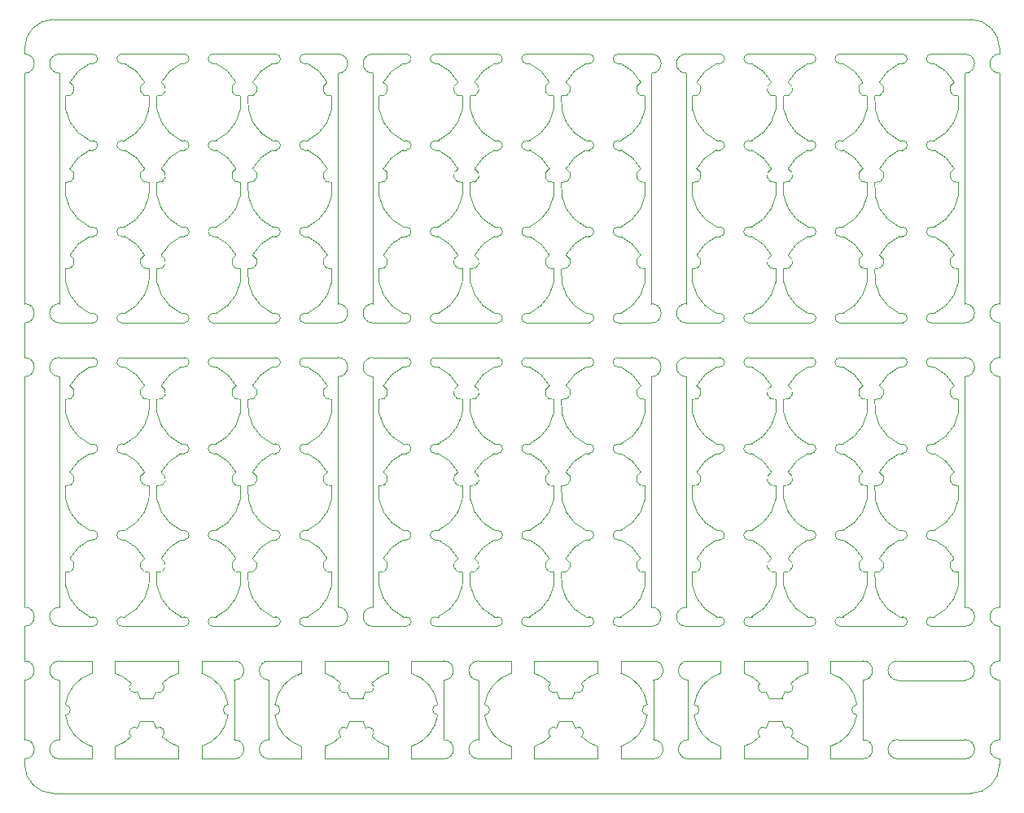
<source format=gm1>
G04 #@! TF.GenerationSoftware,KiCad,Pcbnew,7.0.11*
G04 #@! TF.CreationDate,2024-05-30T18:22:36+10:00*
G04 #@! TF.ProjectId,PercPlugPanel_v1.02,50657263-506c-4756-9750-616e656c5f76,rev?*
G04 #@! TF.SameCoordinates,Original*
G04 #@! TF.FileFunction,Profile,NP*
%FSLAX46Y46*%
G04 Gerber Fmt 4.6, Leading zero omitted, Abs format (unit mm)*
G04 Created by KiCad (PCBNEW 7.0.11) date 2024-05-30 18:22:36*
%MOMM*%
%LPD*%
G01*
G04 APERTURE LIST*
G04 #@! TA.AperFunction,Profile*
%ADD10C,0.050000*%
G04 #@! TD*
G04 APERTURE END LIST*
D10*
X58166970Y-69999998D02*
X58500000Y-69999999D01*
X145699999Y-51000000D02*
X149200000Y-51000000D01*
X105992937Y-71949373D02*
G75*
G03*
X106454779Y-73370765I291763J-690927D01*
G01*
X73392939Y-53949382D02*
G75*
G03*
X71333031Y-51999999I-3892939J-2050618D01*
G01*
X113099999Y-92599999D02*
X113433031Y-92599999D01*
X63892939Y-94549382D02*
G75*
G03*
X61833032Y-92600000I-3892939J-2050618D01*
G01*
X113099999Y-110600000D02*
X116600000Y-110600000D01*
X64786432Y-118094836D02*
X63417620Y-118094858D01*
X82892939Y-85549382D02*
G75*
G03*
X80833031Y-83599999I-3892939J-2050618D01*
G01*
X130345221Y-86970757D02*
G75*
G03*
X130807058Y-85549379I170079J730457D01*
G01*
X126700000Y-51000000D02*
X133199999Y-51000000D01*
X138592937Y-103549373D02*
G75*
G03*
X139054779Y-104970765I291763J-690927D01*
G01*
X121042704Y-119851391D02*
G75*
G03*
X121041969Y-118753959I-38204J548691D01*
G01*
X123366968Y-83599998D02*
G75*
G03*
X121307061Y-85549380I1833032J-4000002D01*
G01*
X103599999Y-110600000D02*
X110099999Y-110600000D01*
X61833034Y-100600005D02*
G75*
G03*
X64354781Y-95970767I-1833034J4000005D01*
G01*
X132866969Y-59999999D02*
X133199999Y-60000000D01*
X94433034Y-69000005D02*
G75*
G03*
X96954781Y-64370767I-1833034J4000005D01*
G01*
X84933775Y-121182646D02*
G75*
G03*
X84289338Y-122070890I-291575J-466354D01*
G01*
X103933033Y-100600004D02*
G75*
G03*
X106454780Y-95970767I-1833033J4000004D01*
G01*
X109766969Y-51999998D02*
X110099999Y-51999999D01*
X126700000Y-60999999D02*
X127033032Y-60999999D01*
X61833034Y-60000005D02*
G75*
G03*
X64354781Y-55370767I-1833034J4000005D01*
G01*
X94100000Y-109600000D02*
X94433032Y-109600000D01*
X130345221Y-55370757D02*
G75*
G03*
X130807058Y-53949379I170079J730457D01*
G01*
X90766970Y-100599999D02*
X91100000Y-100600000D01*
X130345226Y-73370769D02*
G75*
G03*
X132866969Y-77999999I4354774J-629231D01*
G01*
X63892937Y-71949372D02*
G75*
G03*
X64354780Y-73370766I291763J-690928D01*
G01*
X51400000Y-110600000D02*
X51400000Y-114200000D01*
X108672798Y-117412605D02*
G75*
G03*
X108386432Y-118094836I3529202J-1882595D01*
G01*
X88245222Y-86970757D02*
G75*
G03*
X88707059Y-85549380I170078J730457D01*
G01*
X109766967Y-51999998D02*
G75*
G03*
X107707060Y-53949380I1833033J-4000002D01*
G01*
X77166969Y-92599998D02*
X77499999Y-92599999D01*
X82892939Y-94549382D02*
G75*
G03*
X80833031Y-92599999I-3892939J-2050618D01*
G01*
X77442704Y-119851391D02*
G75*
G03*
X77441969Y-118753959I-38204J548691D01*
G01*
X148092939Y-94549382D02*
G75*
G03*
X146033031Y-92599999I-3892939J-2050618D01*
G01*
X139845226Y-95970769D02*
G75*
G03*
X142366969Y-100599999I4354774J-629231D01*
G01*
X138592939Y-94549382D02*
G75*
G03*
X136533031Y-92599999I-3892939J-2050618D01*
G01*
X80200006Y-115485685D02*
G75*
G03*
X77441970Y-118753958I1204494J-3814315D01*
G01*
X142200000Y-116200000D02*
X149200000Y-116200000D01*
X80833033Y-78000004D02*
G75*
G03*
X83354780Y-73370767I-1833033J4000004D01*
G01*
X136533033Y-60000004D02*
G75*
G03*
X139054780Y-55370767I-1833033J4000004D01*
G01*
X146033033Y-109600004D02*
G75*
G03*
X148554780Y-104970767I-1833033J4000004D01*
G01*
X51400000Y-125000000D02*
X51400000Y-124400000D01*
X51400000Y-84600000D02*
X51400000Y-108600000D01*
X70999999Y-69000000D02*
X71333031Y-69000000D01*
X58166968Y-101599998D02*
G75*
G03*
X56107061Y-103549380I1833032J-4000002D01*
G01*
X129092939Y-85549382D02*
G75*
G03*
X127033032Y-83600000I-3892939J-2050618D01*
G01*
X130345226Y-64370769D02*
G75*
G03*
X132866969Y-68999999I4354774J-629231D01*
G01*
X89201645Y-123110875D02*
X89201645Y-124400000D01*
X148092937Y-85549373D02*
G75*
G03*
X148554779Y-86970765I291763J-690927D01*
G01*
X113099999Y-78000000D02*
X113433031Y-78000000D01*
X132866969Y-101599998D02*
X133199999Y-101599999D01*
X148092937Y-94549373D02*
G75*
G03*
X148554779Y-95970765I291763J-690927D01*
G01*
X128533773Y-121182634D02*
G75*
G03*
X128820147Y-120500408I-3529173J1882634D01*
G01*
X65072798Y-117412605D02*
G75*
G03*
X64786432Y-118094836I3529202J-1882595D01*
G01*
X103599999Y-51000000D02*
X110099999Y-51000000D01*
X136199999Y-51000000D02*
X142699999Y-51000000D01*
X70999999Y-91600000D02*
X71333031Y-91600000D01*
X70999999Y-78000000D02*
X71333031Y-78000000D01*
X115492939Y-71949382D02*
G75*
G03*
X113433031Y-69999999I-3892939J-2050618D01*
G01*
X123804118Y-123115633D02*
X123804118Y-124400000D01*
X123366968Y-92599998D02*
G75*
G03*
X121307061Y-94549380I1833032J-4000002D01*
G01*
X142366969Y-109599999D02*
X142699999Y-109600000D01*
X61500000Y-69000000D02*
X61833032Y-69000000D01*
X145699999Y-92599999D02*
X146033031Y-92599999D01*
X121042686Y-119851359D02*
G75*
G03*
X123804118Y-123115633I3961814J551359D01*
G01*
X77166969Y-68999999D02*
X77499999Y-69000000D01*
X113406558Y-123109511D02*
G75*
G03*
X116164609Y-119841286I-1204458J3814311D01*
G01*
X87600000Y-110600000D02*
X91100000Y-110600000D01*
X138592937Y-53949373D02*
G75*
G03*
X139054779Y-55370765I291763J-690927D01*
G01*
X116800000Y-124400000D02*
X113406579Y-124400000D01*
X100266967Y-92599998D02*
G75*
G03*
X98207060Y-94549380I1833033J-4000002D01*
G01*
X107245226Y-73370769D02*
G75*
G03*
X109766969Y-77999999I4354774J-629231D01*
G01*
X146033033Y-69000004D02*
G75*
G03*
X148554780Y-64370767I-1833033J4000004D01*
G01*
X65145221Y-55370757D02*
G75*
G03*
X65607058Y-53949379I170079J730457D01*
G01*
X71333033Y-100600004D02*
G75*
G03*
X73854780Y-95970767I-1833033J4000004D01*
G01*
X54400000Y-47400000D02*
G75*
G03*
X51400000Y-50400000I0J-3000000D01*
G01*
X74645221Y-95970757D02*
G75*
G03*
X75107058Y-94549379I170079J730457D01*
G01*
X61500000Y-91600000D02*
X61833032Y-91600000D01*
X135202461Y-114200000D02*
X138600000Y-114200000D01*
X127033034Y-78000005D02*
G75*
G03*
X129554781Y-73370767I-1833034J4000005D01*
G01*
X88245222Y-104970757D02*
G75*
G03*
X88707059Y-103549380I170078J730457D01*
G01*
X63892939Y-62949382D02*
G75*
G03*
X61833032Y-61000000I-3892939J-2050618D01*
G01*
X149200000Y-84600000D02*
X149200000Y-108600000D01*
X142366967Y-92599998D02*
G75*
G03*
X140307060Y-94549380I1833033J-4000002D01*
G01*
X65145221Y-86970757D02*
G75*
G03*
X65607058Y-85549379I170079J730457D01*
G01*
X70999999Y-82600000D02*
X77499999Y-82600000D01*
X89197528Y-115480917D02*
X89197528Y-114200000D01*
X90766970Y-109599999D02*
X91100000Y-109600000D01*
X139845221Y-86970757D02*
G75*
G03*
X140307058Y-85549379I170079J730457D01*
G01*
X80499999Y-78000000D02*
X80833031Y-78000000D01*
X55645227Y-104970769D02*
G75*
G03*
X58166970Y-109599998I4354773J-629231D01*
G01*
X113099999Y-51999999D02*
X113433031Y-51999999D01*
X132866969Y-77999999D02*
X133199999Y-78000000D01*
X120845227Y-55370769D02*
G75*
G03*
X123366970Y-59999998I4354773J-629231D01*
G01*
X123366968Y-60999998D02*
G75*
G03*
X121307061Y-62949380I1833032J-4000002D01*
G01*
X100266969Y-59999999D02*
X100599999Y-60000000D01*
X109766969Y-100599999D02*
X110099999Y-100600000D01*
X126700000Y-110600000D02*
X133199999Y-110600000D01*
X130186432Y-118094836D02*
X128817620Y-118094858D01*
X84285618Y-116525250D02*
G75*
G03*
X82604934Y-115484369I-2881118J-2774750D01*
G01*
X73392939Y-71949382D02*
G75*
G03*
X71333031Y-69999999I-3892939J-2050618D01*
G01*
X129092937Y-85549372D02*
G75*
G03*
X129554780Y-86970766I291763J-690928D01*
G01*
X136533033Y-78000004D02*
G75*
G03*
X139054780Y-73370767I-1833033J4000004D01*
G01*
X152800000Y-116200000D02*
X152800000Y-122400000D01*
X107245221Y-55370757D02*
G75*
G03*
X107707058Y-53949379I170079J730457D01*
G01*
X142366969Y-101599998D02*
X142699999Y-101599999D01*
X105992939Y-94549382D02*
G75*
G03*
X103933031Y-92599999I-3892939J-2050618D01*
G01*
X89197519Y-115480888D02*
G75*
G03*
X87517242Y-116524355I1204581J-3814312D01*
G01*
X80833033Y-69000004D02*
G75*
G03*
X83354780Y-64370767I-1833033J4000004D01*
G01*
X80833033Y-109600004D02*
G75*
G03*
X83354780Y-104970767I-1833033J4000004D01*
G01*
X109766967Y-69999998D02*
G75*
G03*
X107707060Y-71949380I1833033J-4000002D01*
G01*
X96492937Y-94549372D02*
G75*
G03*
X96954780Y-95970766I291763J-690928D01*
G01*
X152800000Y-50400000D02*
G75*
G03*
X149800000Y-47400000I-3000000J0D01*
G01*
X65145221Y-73370757D02*
G75*
G03*
X65607058Y-71949379I170079J730457D01*
G01*
X71333033Y-109600004D02*
G75*
G03*
X73854780Y-104970767I-1833033J4000004D01*
G01*
X106733773Y-121182634D02*
G75*
G03*
X107020147Y-120500408I-3529173J1882634D01*
G01*
X55645222Y-104970757D02*
G75*
G03*
X56107059Y-103549380I170078J730457D01*
G01*
X65145226Y-64370769D02*
G75*
G03*
X67666969Y-68999999I4354774J-629231D01*
G01*
X115492937Y-85549373D02*
G75*
G03*
X115954779Y-86970765I291763J-690927D01*
G01*
X135206558Y-123109511D02*
G75*
G03*
X137964609Y-119841286I-1204458J3814311D01*
G01*
X123804118Y-124400000D02*
X120400000Y-124400000D01*
X145699999Y-78000000D02*
X146033031Y-78000000D01*
X113099999Y-100600000D02*
X113433031Y-100600000D01*
X136199999Y-101599999D02*
X136533031Y-101599999D01*
X61500000Y-83599999D02*
X61833032Y-83599999D01*
X61500000Y-60000000D02*
X61833032Y-60000000D01*
X107245226Y-86970769D02*
G75*
G03*
X109766969Y-91599999I4354774J-629231D01*
G01*
X74645221Y-55370757D02*
G75*
G03*
X75107058Y-53949379I170079J730457D01*
G01*
X58400000Y-115485667D02*
X58400000Y-114200000D01*
X96492937Y-85549372D02*
G75*
G03*
X96954780Y-86970766I291763J-690928D01*
G01*
X70999999Y-79000000D02*
X77499999Y-79000000D01*
X70999999Y-51000000D02*
X77499999Y-51000000D01*
X138592939Y-85549382D02*
G75*
G03*
X136533031Y-83599999I-3892939J-2050618D01*
G01*
X74645226Y-55370769D02*
G75*
G03*
X77166969Y-59999999I4354774J-629231D01*
G01*
X63892937Y-85549372D02*
G75*
G03*
X64354780Y-86970766I291763J-690928D01*
G01*
X77166967Y-101599998D02*
G75*
G03*
X75107060Y-103549380I1833033J-4000002D01*
G01*
X94100000Y-69999999D02*
X94433032Y-69999999D01*
X127885618Y-116525250D02*
G75*
G03*
X126204934Y-115484369I-2881118J-2774750D01*
G01*
X115492937Y-103549373D02*
G75*
G03*
X115954779Y-104970765I291763J-690927D01*
G01*
X152800000Y-79000000D02*
X152800000Y-82600000D01*
X142366969Y-51999998D02*
X142699999Y-51999999D01*
X63417615Y-118094859D02*
G75*
G03*
X63131251Y-117412629I-3815515J-1200341D01*
G01*
X130345221Y-104970757D02*
G75*
G03*
X130807058Y-103549379I170079J730457D01*
G01*
X61833034Y-109600005D02*
G75*
G03*
X64354781Y-104970767I-1833034J4000005D01*
G01*
X138592939Y-53949382D02*
G75*
G03*
X136533031Y-51999999I-3892939J-2050618D01*
G01*
X100266969Y-60999998D02*
X100599999Y-60999999D01*
X97745226Y-73370769D02*
G75*
G03*
X100266969Y-77999999I4354774J-629231D01*
G01*
X69802461Y-115479611D02*
X69802461Y-114200000D01*
X72563872Y-118743888D02*
G75*
G03*
X69802461Y-115479611I-3961772J-551312D01*
G01*
X145699999Y-51999999D02*
X146033031Y-51999999D01*
X142366967Y-60999998D02*
G75*
G03*
X140307060Y-62949380I1833033J-4000002D01*
G01*
X132797528Y-115480917D02*
X132797528Y-114200000D01*
X113099999Y-60000000D02*
X113433031Y-60000000D01*
X74645221Y-73370757D02*
G75*
G03*
X75107058Y-71949379I170079J730457D01*
G01*
X120845227Y-104970769D02*
G75*
G03*
X123366970Y-109599998I4354773J-629231D01*
G01*
X136199999Y-109600000D02*
X136533031Y-109600000D01*
X148092939Y-103549382D02*
G75*
G03*
X146033031Y-101599999I-3892939J-2050618D01*
G01*
X87600000Y-108600000D02*
X87600000Y-84600000D01*
X82604934Y-115484369D02*
X82604934Y-114200000D01*
X132866967Y-101599998D02*
G75*
G03*
X130807060Y-103549380I1833033J-4000002D01*
G01*
X107245226Y-55370769D02*
G75*
G03*
X109766969Y-59999999I4354774J-629231D01*
G01*
X120845227Y-86970769D02*
G75*
G03*
X123366970Y-91599998I4354773J-629231D01*
G01*
X60804934Y-114200000D02*
X67397528Y-114200000D01*
X120400000Y-116200000D02*
X120400000Y-122400000D01*
X109766969Y-91599999D02*
X110099999Y-91600000D01*
X129092939Y-62949382D02*
G75*
G03*
X127033032Y-61000000I-3892939J-2050618D01*
G01*
X70999999Y-69999999D02*
X71333031Y-69999999D01*
X63892937Y-103549372D02*
G75*
G03*
X64354780Y-104970766I291763J-690928D01*
G01*
X103933033Y-69000004D02*
G75*
G03*
X106454780Y-64370767I-1833033J4000004D01*
G01*
X142366967Y-69999998D02*
G75*
G03*
X140307060Y-71949380I1833033J-4000002D01*
G01*
X115492937Y-53949373D02*
G75*
G03*
X115954779Y-55370765I291763J-690927D01*
G01*
X113099999Y-82600000D02*
X116600000Y-82600000D01*
X80499999Y-110600000D02*
X84000000Y-110600000D01*
X123366970Y-69999998D02*
X123700000Y-69999999D01*
X63892939Y-103549382D02*
G75*
G03*
X61833032Y-101600000I-3892939J-2050618D01*
G01*
X74645221Y-104970757D02*
G75*
G03*
X75107058Y-103549379I170079J730457D01*
G01*
X109766969Y-60999998D02*
X110099999Y-60999999D01*
X73200000Y-124400000D02*
X69806579Y-124400000D01*
X55645227Y-86970769D02*
G75*
G03*
X58166970Y-91599998I4354773J-629231D01*
G01*
X90766970Y-60999998D02*
X91100000Y-60999999D01*
X142366969Y-83599998D02*
X142699999Y-83599999D01*
X94433034Y-100600005D02*
G75*
G03*
X96954781Y-95970767I-1833034J4000005D01*
G01*
X113433033Y-69000004D02*
G75*
G03*
X115954780Y-64370767I-1833033J4000004D01*
G01*
X123366970Y-68999999D02*
X123700000Y-69000000D01*
X126700000Y-109600000D02*
X127033032Y-109600000D01*
X123366970Y-109599999D02*
X123700000Y-109600000D01*
X55000000Y-114200000D02*
X58400000Y-114200000D01*
X88245222Y-55370757D02*
G75*
G03*
X88707059Y-53949380I170078J730457D01*
G01*
X67666967Y-83599998D02*
G75*
G03*
X65607060Y-85549380I1833033J-4000002D01*
G01*
X63133775Y-121182646D02*
G75*
G03*
X62489338Y-122070890I-291575J-466354D01*
G01*
X152800000Y-110600000D02*
X152800000Y-114200000D01*
X82892937Y-62949373D02*
G75*
G03*
X83354779Y-64370765I291763J-690927D01*
G01*
X70999999Y-60999999D02*
X71333031Y-60999999D01*
X74645226Y-104970769D02*
G75*
G03*
X77166969Y-109599999I4354774J-629231D01*
G01*
X110997528Y-115480917D02*
X110997528Y-114200000D01*
X131120959Y-122069996D02*
G75*
G03*
X132801645Y-123110875I2881141J2774796D01*
G01*
X100266969Y-77999999D02*
X100599999Y-78000000D01*
X139845221Y-73370757D02*
G75*
G03*
X140307058Y-71949379I170079J730457D01*
G01*
X132797519Y-115480888D02*
G75*
G03*
X131117242Y-116524355I1204581J-3814312D01*
G01*
X65145226Y-95970769D02*
G75*
G03*
X67666969Y-100599999I4354774J-629231D01*
G01*
X88245222Y-73370757D02*
G75*
G03*
X88707059Y-71949380I170078J730457D01*
G01*
X69806579Y-123109577D02*
X69806579Y-124400000D01*
X73392937Y-103549373D02*
G75*
G03*
X73854779Y-104970765I291763J-690927D01*
G01*
X138592939Y-62949382D02*
G75*
G03*
X136533031Y-60999999I-3892939J-2050618D01*
G01*
X139845221Y-95970757D02*
G75*
G03*
X140307058Y-94549379I170079J730457D01*
G01*
X61500000Y-101599999D02*
X61833032Y-101599999D01*
X55000000Y-108600000D02*
X55000000Y-84600000D01*
X127033034Y-109600005D02*
G75*
G03*
X129554781Y-104970767I-1833034J4000005D01*
G01*
X73392937Y-71949373D02*
G75*
G03*
X73854779Y-73370765I291763J-690927D01*
G01*
X100266969Y-100599999D02*
X100599999Y-100600000D01*
X130345226Y-104970769D02*
G75*
G03*
X132866969Y-109599999I4354774J-629231D01*
G01*
X87600000Y-77000000D02*
X87600000Y-53000000D01*
X58166968Y-60999998D02*
G75*
G03*
X56107061Y-62949380I1833032J-4000002D01*
G01*
X61833034Y-91600005D02*
G75*
G03*
X64354781Y-86970767I-1833034J4000005D01*
G01*
X126204934Y-115484369D02*
X126204934Y-114200000D01*
X82892937Y-71949373D02*
G75*
G03*
X83354779Y-73370765I291763J-690927D01*
G01*
X130345226Y-86970769D02*
G75*
G03*
X132866969Y-91599999I4354774J-629231D01*
G01*
X108672769Y-117412654D02*
G75*
G03*
X109317240Y-116524355I291631J466354D01*
G01*
X94100000Y-92599999D02*
X94433032Y-92599999D01*
X120845222Y-73370757D02*
G75*
G03*
X121307059Y-71949380I170078J730457D01*
G01*
X82892937Y-94549373D02*
G75*
G03*
X83354779Y-95970765I291763J-690927D01*
G01*
X113433033Y-60000004D02*
G75*
G03*
X115954780Y-55370767I-1833033J4000004D01*
G01*
X74645226Y-95970769D02*
G75*
G03*
X77166969Y-100599999I4354774J-629231D01*
G01*
X65145221Y-104970757D02*
G75*
G03*
X65607058Y-103549379I170079J730457D01*
G01*
X96492937Y-62949372D02*
G75*
G03*
X96954780Y-64370766I291763J-690928D01*
G01*
X126209054Y-123114337D02*
G75*
G03*
X127889338Y-122070890I-1204554J3814337D01*
G01*
X136199999Y-110600000D02*
X142699999Y-110600000D01*
X123800000Y-115485667D02*
X123800000Y-114200000D01*
X145699999Y-83599999D02*
X146033031Y-83599999D01*
X120845227Y-95970769D02*
G75*
G03*
X123366970Y-100599998I4354773J-629231D01*
G01*
X128817615Y-118094859D02*
G75*
G03*
X128531251Y-117412629I-3815515J-1200341D01*
G01*
X100266967Y-69999998D02*
G75*
G03*
X98207060Y-71949380I1833033J-4000002D01*
G01*
X71333033Y-91600004D02*
G75*
G03*
X73854780Y-86970767I-1833033J4000004D01*
G01*
X152800000Y-51000000D02*
X152800000Y-50400000D01*
X127885621Y-116525247D02*
G75*
G03*
X128531251Y-117412629I353379J-421453D01*
G01*
X129092937Y-94549372D02*
G75*
G03*
X129554780Y-95970766I291763J-690928D01*
G01*
X97745226Y-104970769D02*
G75*
G03*
X100266969Y-109599999I4354774J-629231D01*
G01*
X113099999Y-91600000D02*
X113433031Y-91600000D01*
X152800000Y-124400000D02*
X152800000Y-125000000D01*
X97745221Y-86970757D02*
G75*
G03*
X98207058Y-85549379I170079J730457D01*
G01*
X120845227Y-73370769D02*
G75*
G03*
X123366970Y-77999998I4354773J-629231D01*
G01*
X58166970Y-59999999D02*
X58500000Y-60000000D01*
X130345226Y-95970769D02*
G75*
G03*
X132866969Y-100599999I4354774J-629231D01*
G01*
X115492937Y-71949373D02*
G75*
G03*
X115954779Y-73370765I291763J-690927D01*
G01*
X136199999Y-60999999D02*
X136533031Y-60999999D01*
X115492937Y-94549373D02*
G75*
G03*
X115954779Y-95970765I291763J-690927D01*
G01*
X80499999Y-82600000D02*
X84000000Y-82600000D01*
X100266967Y-83599998D02*
G75*
G03*
X98207060Y-85549380I1833033J-4000002D01*
G01*
X152800000Y-108600000D02*
X152800000Y-84600000D01*
X105992937Y-62949373D02*
G75*
G03*
X106454779Y-64370765I291763J-690927D01*
G01*
X91602461Y-114200000D02*
X95000000Y-114200000D01*
X113402461Y-115479611D02*
X113402461Y-114200000D01*
X126700000Y-51999999D02*
X127033032Y-51999999D01*
X94100000Y-91600000D02*
X94433032Y-91600000D01*
X146033033Y-91600004D02*
G75*
G03*
X148554780Y-86970767I-1833033J4000004D01*
G01*
X71333033Y-69000004D02*
G75*
G03*
X73854780Y-64370767I-1833033J4000004D01*
G01*
X73392937Y-53949373D02*
G75*
G03*
X73854779Y-55370765I291763J-690927D01*
G01*
X69802461Y-114200000D02*
X73200000Y-114200000D01*
X97745221Y-104970757D02*
G75*
G03*
X98207058Y-103549379I170079J730457D01*
G01*
X115492939Y-103549382D02*
G75*
G03*
X113433031Y-101599999I-3892939J-2050618D01*
G01*
X145699999Y-82600000D02*
X149200000Y-82600000D01*
X90766968Y-83599998D02*
G75*
G03*
X88707061Y-85549380I1833032J-4000002D01*
G01*
X120845222Y-104970757D02*
G75*
G03*
X121307059Y-103549380I170078J730457D01*
G01*
X109766967Y-83599998D02*
G75*
G03*
X107707060Y-85549380I1833033J-4000002D01*
G01*
X123366968Y-101599998D02*
G75*
G03*
X121307061Y-103549380I1833032J-4000002D01*
G01*
X84933773Y-121182634D02*
G75*
G03*
X85220147Y-120500408I-3529173J1882634D01*
G01*
X136199999Y-92599999D02*
X136533031Y-92599999D01*
X107017615Y-118094859D02*
G75*
G03*
X106731251Y-117412629I-3815515J-1200341D01*
G01*
X82892937Y-85549373D02*
G75*
G03*
X83354779Y-86970765I291763J-690927D01*
G01*
X88245222Y-64370757D02*
G75*
G03*
X88707059Y-62949380I170078J730457D01*
G01*
X103599999Y-100600000D02*
X103933031Y-100600000D01*
X113099999Y-109600000D02*
X113433031Y-109600000D01*
X113433033Y-91600004D02*
G75*
G03*
X115954780Y-86970767I-1833033J4000004D01*
G01*
X67666969Y-100599999D02*
X67999999Y-100600000D01*
X103933033Y-60000004D02*
G75*
G03*
X106454780Y-55370767I-1833033J4000004D01*
G01*
X98600000Y-116200000D02*
X98600000Y-122400000D01*
X127033034Y-69000005D02*
G75*
G03*
X129554781Y-64370767I-1833034J4000005D01*
G01*
X55645227Y-95970769D02*
G75*
G03*
X58166970Y-100599998I4354773J-629231D01*
G01*
X113433033Y-78000004D02*
G75*
G03*
X115954780Y-73370767I-1833033J4000004D01*
G01*
X107245221Y-95970757D02*
G75*
G03*
X107707058Y-94549379I170079J730457D01*
G01*
X126204934Y-114200000D02*
X132797528Y-114200000D01*
X55645222Y-86970757D02*
G75*
G03*
X56107059Y-85549380I170078J730457D01*
G01*
X105992937Y-103549373D02*
G75*
G03*
X106454779Y-104970765I291763J-690927D01*
G01*
X123366970Y-91599999D02*
X123700000Y-91600000D01*
X74645226Y-64370769D02*
G75*
G03*
X77166969Y-68999999I4354774J-629231D01*
G01*
X138592939Y-103549382D02*
G75*
G03*
X136533031Y-101599999I-3892939J-2050618D01*
G01*
X149200000Y-53000000D02*
X149200000Y-77000000D01*
X126700000Y-92599999D02*
X127033032Y-92599999D01*
X80200000Y-115485667D02*
X80200000Y-114200000D01*
X145699999Y-109600000D02*
X146033031Y-109600000D01*
X146033033Y-60000004D02*
G75*
G03*
X148554780Y-55370767I-1833033J4000004D01*
G01*
X62485618Y-116525250D02*
G75*
G03*
X60804934Y-115484369I-2881118J-2774750D01*
G01*
X139845226Y-86970769D02*
G75*
G03*
X142366969Y-91599999I4354774J-629231D01*
G01*
X55000000Y-79000000D02*
X58500000Y-79000000D01*
X80499999Y-51999999D02*
X80833031Y-51999999D01*
X136199999Y-78000000D02*
X136533031Y-78000000D01*
X73392937Y-85549373D02*
G75*
G03*
X73854779Y-86970765I291763J-690927D01*
G01*
X72563882Y-118743964D02*
G75*
G03*
X72564610Y-119841286I38218J-548636D01*
G01*
X58166968Y-69999998D02*
G75*
G03*
X56107061Y-71949380I1833032J-4000002D01*
G01*
X109766969Y-109599999D02*
X110099999Y-109600000D01*
X106085618Y-116525250D02*
G75*
G03*
X104404934Y-115484369I-2881118J-2774750D01*
G01*
X142366969Y-69999998D02*
X142699999Y-69999999D01*
X82892939Y-71949382D02*
G75*
G03*
X80833031Y-69999999I-3892939J-2050618D01*
G01*
X96492939Y-53949382D02*
G75*
G03*
X94433032Y-52000000I-3892939J-2050618D01*
G01*
X136533033Y-91600004D02*
G75*
G03*
X139054780Y-86970767I-1833033J4000004D01*
G01*
X105992937Y-94549373D02*
G75*
G03*
X106454779Y-95970765I291763J-690927D01*
G01*
X105992937Y-85549373D02*
G75*
G03*
X106454779Y-86970765I291763J-690927D01*
G01*
X113099999Y-60999999D02*
X113433031Y-60999999D01*
X136199999Y-79000000D02*
X142699999Y-79000000D01*
X113099999Y-51000000D02*
X116600000Y-51000000D01*
X58166970Y-92599998D02*
X58500000Y-92599999D01*
X132866967Y-92599998D02*
G75*
G03*
X130807060Y-94549380I1833033J-4000002D01*
G01*
X148092937Y-71949373D02*
G75*
G03*
X148554779Y-73370765I291763J-690927D01*
G01*
X130345221Y-95970757D02*
G75*
G03*
X130807058Y-94549379I170079J730457D01*
G01*
X123366970Y-51999998D02*
X123700000Y-51999999D01*
X87600000Y-82600000D02*
X91100000Y-82600000D01*
X51400000Y-122400000D02*
X51400000Y-116200000D01*
X103599999Y-92599999D02*
X103933031Y-92599999D01*
X77166969Y-109599999D02*
X77499999Y-109600000D01*
X107020147Y-120500408D02*
X108388959Y-120500386D01*
X65145221Y-95970757D02*
G75*
G03*
X65607058Y-94549379I170079J730457D01*
G01*
X88245227Y-64370769D02*
G75*
G03*
X90766970Y-68999998I4354773J-629231D01*
G01*
X94363882Y-118743964D02*
G75*
G03*
X94364610Y-119841286I38218J-548636D01*
G01*
X142366969Y-91599999D02*
X142699999Y-91600000D01*
X100266967Y-60999998D02*
G75*
G03*
X98207060Y-62949380I1833033J-4000002D01*
G01*
X97745226Y-95970769D02*
G75*
G03*
X100266969Y-100599999I4354774J-629231D01*
G01*
X138592937Y-62949373D02*
G75*
G03*
X139054779Y-64370765I291763J-690927D01*
G01*
X146033033Y-100600004D02*
G75*
G03*
X148554780Y-95970767I-1833033J4000004D01*
G01*
X55645227Y-73370769D02*
G75*
G03*
X58166970Y-77999998I4354773J-629231D01*
G01*
X60804934Y-115484369D02*
X60804934Y-114200000D01*
X132866967Y-51999998D02*
G75*
G03*
X130807060Y-53949380I1833033J-4000002D01*
G01*
X90766970Y-83599998D02*
X91100000Y-83599999D01*
X55000000Y-51000000D02*
X58500000Y-51000000D01*
X82892939Y-103549382D02*
G75*
G03*
X80833031Y-101599999I-3892939J-2050618D01*
G01*
X109766969Y-69999998D02*
X110099999Y-69999999D01*
X97745221Y-73370757D02*
G75*
G03*
X98207058Y-71949379I170079J730457D01*
G01*
X61833034Y-78000005D02*
G75*
G03*
X64354781Y-73370767I-1833034J4000005D01*
G01*
X98600000Y-114200000D02*
X102000000Y-114200000D01*
X126700000Y-101599999D02*
X127033032Y-101599999D01*
X80833033Y-60000004D02*
G75*
G03*
X83354780Y-55370767I-1833033J4000004D01*
G01*
X65145226Y-55370769D02*
G75*
G03*
X67666969Y-59999999I4354774J-629231D01*
G01*
X126700000Y-100600000D02*
X127033032Y-100600000D01*
X105992937Y-53949373D02*
G75*
G03*
X106454779Y-55370765I291763J-690927D01*
G01*
X123366970Y-101599998D02*
X123700000Y-101599999D01*
X145699999Y-100600000D02*
X146033031Y-100600000D01*
X58166970Y-109599999D02*
X58500000Y-109600000D01*
X65072769Y-117412654D02*
G75*
G03*
X65717240Y-116524355I291631J466354D01*
G01*
X63133773Y-121182634D02*
G75*
G03*
X63420147Y-120500408I-3529173J1882634D01*
G01*
X61500000Y-92599999D02*
X61833032Y-92599999D01*
X139845221Y-64370757D02*
G75*
G03*
X140307058Y-62949379I170079J730457D01*
G01*
X58166970Y-68999999D02*
X58500000Y-69000000D01*
X55645222Y-73370757D02*
G75*
G03*
X56107059Y-71949380I170078J730457D01*
G01*
X109766967Y-101599998D02*
G75*
G03*
X107707060Y-103549380I1833033J-4000002D01*
G01*
X120200000Y-82600000D02*
X123700000Y-82600000D01*
X91606579Y-123109577D02*
X91606579Y-124400000D01*
X55645227Y-55370769D02*
G75*
G03*
X58166970Y-59999998I4354773J-629231D01*
G01*
X149800000Y-128000000D02*
X54400000Y-128000000D01*
X67666967Y-92599998D02*
G75*
G03*
X65607060Y-94549380I1833033J-4000002D01*
G01*
X123366970Y-60999998D02*
X123700000Y-60999999D01*
X132866969Y-100599999D02*
X133199999Y-100600000D01*
X139845221Y-55370757D02*
G75*
G03*
X140307058Y-53949379I170079J730457D01*
G01*
X80833033Y-100600004D02*
G75*
G03*
X83354780Y-95970767I-1833033J4000004D01*
G01*
X70999999Y-60000000D02*
X71333031Y-60000000D01*
X129092937Y-53949372D02*
G75*
G03*
X129554780Y-55370766I291763J-690928D01*
G01*
X126209051Y-124400000D02*
X132801645Y-124400000D01*
X105992939Y-62949382D02*
G75*
G03*
X103933031Y-60999999I-3892939J-2050618D01*
G01*
X104404934Y-114200000D02*
X110997528Y-114200000D01*
X113099999Y-69000000D02*
X113433031Y-69000000D01*
X63892939Y-85549382D02*
G75*
G03*
X61833032Y-83600000I-3892939J-2050618D01*
G01*
X82892939Y-53949382D02*
G75*
G03*
X80833031Y-51999999I-3892939J-2050618D01*
G01*
X80499999Y-92599999D02*
X80833031Y-92599999D01*
X70999999Y-101599999D02*
X71333031Y-101599999D01*
X80204118Y-124400000D02*
X76800000Y-124400000D01*
X132866969Y-91599999D02*
X133199999Y-91600000D01*
X145699999Y-69999999D02*
X146033031Y-69999999D01*
X104409051Y-124400000D02*
X111001645Y-124400000D01*
X67666969Y-59999999D02*
X67999999Y-60000000D01*
X94100000Y-51999999D02*
X94433032Y-51999999D01*
X90766968Y-60999998D02*
G75*
G03*
X88707061Y-62949380I1833032J-4000002D01*
G01*
X63892937Y-62949372D02*
G75*
G03*
X64354780Y-64370766I291763J-690928D01*
G01*
X94433034Y-91600005D02*
G75*
G03*
X96954781Y-86970767I-1833034J4000005D01*
G01*
X58166970Y-101599998D02*
X58500000Y-101599999D01*
X77166967Y-69999998D02*
G75*
G03*
X75107060Y-71949380I1833033J-4000002D01*
G01*
X100266969Y-83599998D02*
X100599999Y-83599999D01*
X90766970Y-77999999D02*
X91100000Y-78000000D01*
X120845222Y-64370757D02*
G75*
G03*
X121307059Y-62949380I170078J730457D01*
G01*
X105992939Y-71949382D02*
G75*
G03*
X103933031Y-69999999I-3892939J-2050618D01*
G01*
X90766970Y-69999998D02*
X91100000Y-69999999D01*
X82609051Y-123114327D02*
X82609051Y-124400000D01*
X123366970Y-83599998D02*
X123700000Y-83599999D01*
X123800006Y-115485685D02*
G75*
G03*
X121041970Y-118753958I1204494J-3814315D01*
G01*
X103599999Y-60000000D02*
X103933031Y-60000000D01*
X67666969Y-91599999D02*
X67999999Y-91600000D01*
X67666969Y-92599998D02*
X67999999Y-92599999D01*
X76800000Y-114200000D02*
X80200000Y-114200000D01*
X102004118Y-124400000D02*
X98600000Y-124400000D01*
X58400006Y-115485685D02*
G75*
G03*
X55641970Y-118753958I1204494J-3814315D01*
G01*
X132866969Y-60999998D02*
X133199999Y-60999999D01*
X61500000Y-78000000D02*
X61833032Y-78000000D01*
X51400000Y-82600000D02*
X51400000Y-79000000D01*
X80499999Y-79000000D02*
X84000000Y-79000000D01*
X106085621Y-116525247D02*
G75*
G03*
X106731251Y-117412629I353379J-421453D01*
G01*
X61500000Y-51000000D02*
X67999999Y-51000000D01*
X142366967Y-101599998D02*
G75*
G03*
X140307060Y-103549380I1833033J-4000002D01*
G01*
X99242704Y-119851391D02*
G75*
G03*
X99241969Y-118753959I-38204J548691D01*
G01*
X60809051Y-123114327D02*
X60809051Y-124400000D01*
X130345221Y-64370757D02*
G75*
G03*
X130807058Y-62949379I170079J730457D01*
G01*
X67666969Y-77999999D02*
X67999999Y-78000000D01*
X90766970Y-91599999D02*
X91100000Y-91600000D01*
X145699999Y-69000000D02*
X146033031Y-69000000D01*
X132866969Y-83599998D02*
X133199999Y-83599999D01*
X58166970Y-60999998D02*
X58500000Y-60999999D01*
X70999999Y-92599999D02*
X71333031Y-92599999D01*
X113433033Y-109600004D02*
G75*
G03*
X115954780Y-104970767I-1833033J4000004D01*
G01*
X86872798Y-117412605D02*
G75*
G03*
X86586432Y-118094836I3529202J-1882595D01*
G01*
X149800000Y-128000000D02*
G75*
G03*
X152800000Y-125000000I0J3000000D01*
G01*
X103599999Y-51999999D02*
X103933031Y-51999999D01*
X126700000Y-78000000D02*
X127033032Y-78000000D01*
X104404934Y-115484369D02*
X104404934Y-114200000D01*
X61500000Y-51999999D02*
X61833032Y-51999999D01*
X74645221Y-86970757D02*
G75*
G03*
X75107058Y-85549379I170079J730457D01*
G01*
X94100000Y-82600000D02*
X100599999Y-82600000D01*
X136199999Y-91600000D02*
X136533031Y-91600000D01*
X65145221Y-64370757D02*
G75*
G03*
X65607058Y-62949379I170079J730457D01*
G01*
X109766969Y-101599998D02*
X110099999Y-101599999D01*
X64788958Y-120500386D02*
G75*
G03*
X65075329Y-121182615I3815542J1200386D01*
G01*
X132866969Y-92599998D02*
X133199999Y-92599999D01*
X91602461Y-115479611D02*
X91602461Y-114200000D01*
X82609054Y-123114337D02*
G75*
G03*
X84289338Y-122070890I-1204554J3814337D01*
G01*
X126700000Y-69999999D02*
X127033032Y-69999999D01*
X129092939Y-71949382D02*
G75*
G03*
X127033032Y-70000000I-3892939J-2050618D01*
G01*
X142366969Y-68999999D02*
X142699999Y-69000000D01*
X103599999Y-78000000D02*
X103933031Y-78000000D01*
X63420147Y-120500408D02*
X64788959Y-120500386D01*
X77166969Y-59999999D02*
X77499999Y-60000000D01*
X80499999Y-60000000D02*
X80833031Y-60000000D01*
X135202461Y-115479611D02*
X135202461Y-114200000D01*
X73392937Y-94549373D02*
G75*
G03*
X73854779Y-95970765I291763J-690927D01*
G01*
X65720959Y-122069996D02*
G75*
G03*
X67401645Y-123110875I2881141J2774796D01*
G01*
X108388958Y-120500386D02*
G75*
G03*
X108675329Y-121182615I3815542J1200386D01*
G01*
X80499999Y-69999999D02*
X80833031Y-69999999D01*
X51400000Y-53000000D02*
X51400000Y-77000000D01*
X90766968Y-69999998D02*
G75*
G03*
X88707061Y-71949380I1833032J-4000002D01*
G01*
X87521033Y-122070086D02*
G75*
G03*
X86875328Y-121182615I-353433J421486D01*
G01*
X90766968Y-92599998D02*
G75*
G03*
X88707061Y-94549380I1833032J-4000002D01*
G01*
X105992939Y-103549382D02*
G75*
G03*
X103933031Y-101599999I-3892939J-2050618D01*
G01*
X136199999Y-60000000D02*
X136533031Y-60000000D01*
X90766968Y-101599998D02*
G75*
G03*
X88707061Y-103549380I1833032J-4000002D01*
G01*
X94100000Y-110600000D02*
X100599999Y-110600000D01*
X113406579Y-123109577D02*
X113406579Y-124400000D01*
X132866967Y-69999998D02*
G75*
G03*
X130807060Y-71949380I1833033J-4000002D01*
G01*
X55645222Y-64370757D02*
G75*
G03*
X56107059Y-62949380I170078J730457D01*
G01*
X116800000Y-122400000D02*
X116800000Y-116200000D01*
X120200000Y-51000000D02*
X123700000Y-51000000D01*
X90766970Y-51999998D02*
X91100000Y-51999999D01*
X103933033Y-109600004D02*
G75*
G03*
X106454780Y-104970767I-1833033J4000004D01*
G01*
X102000006Y-115485685D02*
G75*
G03*
X99241970Y-118753958I1204494J-3814315D01*
G01*
X132866969Y-68999999D02*
X133199999Y-69000000D01*
X131121033Y-122070086D02*
G75*
G03*
X130475328Y-121182615I-353433J421486D01*
G01*
X67666969Y-69999998D02*
X67999999Y-69999999D01*
X115492939Y-85549382D02*
G75*
G03*
X113433031Y-83599999I-3892939J-2050618D01*
G01*
X58166968Y-83599998D02*
G75*
G03*
X56107061Y-85549380I1833032J-4000002D01*
G01*
X132866967Y-60999998D02*
G75*
G03*
X130807060Y-62949380I1833033J-4000002D01*
G01*
X120200000Y-108600000D02*
X120200000Y-84600000D01*
X142366969Y-100599999D02*
X142699999Y-100600000D01*
X105992939Y-53949382D02*
G75*
G03*
X103933031Y-51999999I-3892939J-2050618D01*
G01*
X80499999Y-60999999D02*
X80833031Y-60999999D01*
X97745226Y-64370769D02*
G75*
G03*
X100266969Y-68999999I4354774J-629231D01*
G01*
X132801645Y-123110875D02*
X132801645Y-124400000D01*
X116163882Y-118743964D02*
G75*
G03*
X116164610Y-119841286I38218J-548636D01*
G01*
X128820147Y-120500408D02*
X130188959Y-120500386D01*
X103599999Y-79000000D02*
X110099999Y-79000000D01*
X58166968Y-51999998D02*
G75*
G03*
X56107061Y-53949380I1833032J-4000002D01*
G01*
X61500000Y-110600000D02*
X67999999Y-110600000D01*
X51400000Y-125000000D02*
G75*
G03*
X54400000Y-128000000I3000000J0D01*
G01*
X149200000Y-114200000D02*
X142200000Y-114200000D01*
X137963882Y-118743964D02*
G75*
G03*
X137964610Y-119841286I38218J-548636D01*
G01*
X132866967Y-83599998D02*
G75*
G03*
X130807060Y-85549380I1833033J-4000002D01*
G01*
X107245221Y-86970757D02*
G75*
G03*
X107707058Y-85549379I170079J730457D01*
G01*
X138592937Y-71949373D02*
G75*
G03*
X139054779Y-73370765I291763J-690927D01*
G01*
X70999999Y-109600000D02*
X71333031Y-109600000D01*
X86586432Y-118094836D02*
X85217620Y-118094858D01*
X67666969Y-68999999D02*
X67999999Y-69000000D01*
X82892937Y-103549373D02*
G75*
G03*
X83354779Y-104970765I291763J-690927D01*
G01*
X135206579Y-123109577D02*
X135206579Y-124400000D01*
X96492939Y-85549382D02*
G75*
G03*
X94433032Y-83600000I-3892939J-2050618D01*
G01*
X126700000Y-83599999D02*
X127033032Y-83599999D01*
X142200000Y-124400000D02*
X149200000Y-124400000D01*
X77166969Y-101599998D02*
X77499999Y-101599999D01*
X60809051Y-124400000D02*
X67401645Y-124400000D01*
X58404118Y-124400000D02*
X55000000Y-124400000D01*
X97745221Y-55370757D02*
G75*
G03*
X98207058Y-53949379I170079J730457D01*
G01*
X115492939Y-62949382D02*
G75*
G03*
X113433031Y-60999999I-3892939J-2050618D01*
G01*
X82892937Y-53949373D02*
G75*
G03*
X83354779Y-55370765I291763J-690927D01*
G01*
X90766970Y-59999999D02*
X91100000Y-60000000D01*
X115492937Y-62949373D02*
G75*
G03*
X115954779Y-64370765I291763J-690927D01*
G01*
X97745226Y-86970769D02*
G75*
G03*
X100266969Y-91599999I4354774J-629231D01*
G01*
X103599999Y-109600000D02*
X103933031Y-109600000D01*
X77166969Y-77999999D02*
X77499999Y-78000000D01*
X126700000Y-79000000D02*
X133199999Y-79000000D01*
X60809054Y-123114337D02*
G75*
G03*
X62489338Y-122070890I-1204554J3814337D01*
G01*
X90766968Y-51999998D02*
G75*
G03*
X88707061Y-53949380I1833032J-4000002D01*
G01*
X103599999Y-60999999D02*
X103933031Y-60999999D01*
X136199999Y-83599999D02*
X136533031Y-83599999D01*
X84000000Y-84600000D02*
X84000000Y-108600000D01*
X130345226Y-55370769D02*
G75*
G03*
X132866969Y-59999999I4354774J-629231D01*
G01*
X110997519Y-115480888D02*
G75*
G03*
X109317242Y-116524355I1204581J-3814312D01*
G01*
X55642704Y-119851391D02*
G75*
G03*
X55641969Y-118753959I-38204J548691D01*
G01*
X148092937Y-62949373D02*
G75*
G03*
X148554779Y-64370765I291763J-690927D01*
G01*
X109766969Y-92599998D02*
X110099999Y-92599999D01*
X103599999Y-101599999D02*
X103933031Y-101599999D01*
X113099999Y-79000000D02*
X116600000Y-79000000D01*
X129092937Y-103549372D02*
G75*
G03*
X129554780Y-104970766I291763J-690928D01*
G01*
X94100000Y-51000000D02*
X100599999Y-51000000D01*
X94100000Y-101599999D02*
X94433032Y-101599999D01*
X80499999Y-69000000D02*
X80833031Y-69000000D01*
X142366969Y-77999999D02*
X142699999Y-78000000D01*
X73392939Y-94549382D02*
G75*
G03*
X71333031Y-92599999I-3892939J-2050618D01*
G01*
X80499999Y-100600000D02*
X80833031Y-100600000D01*
X88245222Y-95970757D02*
G75*
G03*
X88707059Y-94549380I170078J730457D01*
G01*
X103599999Y-82600000D02*
X110099999Y-82600000D01*
X61833034Y-69000005D02*
G75*
G03*
X64354781Y-64370767I-1833034J4000005D01*
G01*
X130345221Y-73370757D02*
G75*
G03*
X130807058Y-71949379I170079J730457D01*
G01*
X55000000Y-116200000D02*
X55000000Y-122400000D01*
X87600000Y-51000000D02*
X91100000Y-51000000D01*
X61500000Y-69999999D02*
X61833032Y-69999999D01*
X113099999Y-83599999D02*
X113433031Y-83599999D01*
X67397528Y-115480917D02*
X67397528Y-114200000D01*
X77166967Y-51999998D02*
G75*
G03*
X75107060Y-53949380I1833033J-4000002D01*
G01*
X63892939Y-53949382D02*
G75*
G03*
X61833032Y-52000000I-3892939J-2050618D01*
G01*
X145699999Y-60000000D02*
X146033031Y-60000000D01*
X145699999Y-101599999D02*
X146033031Y-101599999D01*
X70999999Y-110600000D02*
X77499999Y-110600000D01*
X129092939Y-103549382D02*
G75*
G03*
X127033032Y-101600000I-3892939J-2050618D01*
G01*
X123366970Y-77999999D02*
X123700000Y-78000000D01*
X102004118Y-123115633D02*
X102004118Y-124400000D01*
X67666967Y-51999998D02*
G75*
G03*
X65607060Y-53949380I1833033J-4000002D01*
G01*
X142366969Y-60999998D02*
X142699999Y-60999999D01*
X109766969Y-68999999D02*
X110099999Y-69000000D01*
X132866969Y-109599999D02*
X133199999Y-109600000D01*
X95000000Y-122400000D02*
X95000000Y-116200000D01*
X109766969Y-59999999D02*
X110099999Y-60000000D01*
X67666967Y-60999998D02*
G75*
G03*
X65607060Y-62949380I1833033J-4000002D01*
G01*
X77166969Y-83599998D02*
X77499999Y-83599999D01*
X88245227Y-104970769D02*
G75*
G03*
X90766970Y-109599998I4354773J-629231D01*
G01*
X136199999Y-69999999D02*
X136533031Y-69999999D01*
X77166969Y-91599999D02*
X77499999Y-91600000D01*
X58404118Y-123115633D02*
X58404118Y-124400000D01*
X63892937Y-94549372D02*
G75*
G03*
X64354780Y-95970766I291763J-690928D01*
G01*
X96492939Y-94549382D02*
G75*
G03*
X94433032Y-92600000I-3892939J-2050618D01*
G01*
X139845226Y-55370769D02*
G75*
G03*
X142366969Y-59999999I4354774J-629231D01*
G01*
X145699999Y-91600000D02*
X146033031Y-91600000D01*
X116163872Y-118743888D02*
G75*
G03*
X113402461Y-115479611I-3961772J-551312D01*
G01*
X129092937Y-62949372D02*
G75*
G03*
X129554780Y-64370766I291763J-690928D01*
G01*
X84285621Y-116525247D02*
G75*
G03*
X84931251Y-117412629I353379J-421453D01*
G01*
X91606558Y-123109511D02*
G75*
G03*
X94364609Y-119841286I-1204458J3814311D01*
G01*
X100266967Y-51999998D02*
G75*
G03*
X98207060Y-53949380I1833033J-4000002D01*
G01*
X109766967Y-92599998D02*
G75*
G03*
X107707060Y-94549380I1833033J-4000002D01*
G01*
X71333033Y-78000004D02*
G75*
G03*
X73854780Y-73370767I-1833033J4000004D01*
G01*
X109320959Y-122069996D02*
G75*
G03*
X111001645Y-123110875I2881141J2774796D01*
G01*
X113099999Y-69999999D02*
X113433031Y-69999999D01*
X138592939Y-71949382D02*
G75*
G03*
X136533031Y-69999999I-3892939J-2050618D01*
G01*
X148092939Y-85549382D02*
G75*
G03*
X146033031Y-83599999I-3892939J-2050618D01*
G01*
X61500000Y-109600000D02*
X61833032Y-109600000D01*
X90766970Y-68999999D02*
X91100000Y-69000000D01*
X70999999Y-51999999D02*
X71333031Y-51999999D01*
X94100000Y-60999999D02*
X94433032Y-60999999D01*
X97745221Y-95970757D02*
G75*
G03*
X98207058Y-94549379I170079J730457D01*
G01*
X58166970Y-83599998D02*
X58500000Y-83599999D01*
X129092937Y-71949372D02*
G75*
G03*
X129554780Y-73370766I291763J-690928D01*
G01*
X77166969Y-100599999D02*
X77499999Y-100600000D01*
X54400000Y-47400000D02*
X149800000Y-47400000D01*
X55000000Y-82600000D02*
X58500000Y-82600000D01*
X132866969Y-69999998D02*
X133199999Y-69999999D01*
X67401645Y-123110875D02*
X67401645Y-124400000D01*
X80499999Y-101599999D02*
X80833031Y-101599999D01*
X109766969Y-83599998D02*
X110099999Y-83599999D01*
X120845222Y-86970757D02*
G75*
G03*
X121307059Y-85549380I170078J730457D01*
G01*
X120200000Y-77000000D02*
X120200000Y-53000000D01*
X73392939Y-62949382D02*
G75*
G03*
X71333031Y-60999999I-3892939J-2050618D01*
G01*
X148092939Y-53949382D02*
G75*
G03*
X146033031Y-51999999I-3892939J-2050618D01*
G01*
X96492937Y-71949372D02*
G75*
G03*
X96954780Y-73370766I291763J-690928D01*
G01*
X100266969Y-92599998D02*
X100599999Y-92599999D01*
X107245226Y-95970769D02*
G75*
G03*
X109766969Y-100599999I4354774J-629231D01*
G01*
X73392939Y-85549382D02*
G75*
G03*
X71333031Y-83599999I-3892939J-2050618D01*
G01*
X108386432Y-118094836D02*
X107017620Y-118094858D01*
X96492939Y-62949382D02*
G75*
G03*
X94433032Y-61000000I-3892939J-2050618D01*
G01*
X113433033Y-100600004D02*
G75*
G03*
X115954780Y-95970767I-1833033J4000004D01*
G01*
X77166969Y-60999998D02*
X77499999Y-60999999D01*
X80499999Y-83599999D02*
X80833031Y-83599999D01*
X85217615Y-118094859D02*
G75*
G03*
X84931251Y-117412629I-3815515J-1200341D01*
G01*
X148092939Y-62949382D02*
G75*
G03*
X146033031Y-60999999I-3892939J-2050618D01*
G01*
X104409051Y-123114327D02*
X104409051Y-124400000D01*
X103599999Y-91600000D02*
X103933031Y-91600000D01*
X69806579Y-123109576D02*
G75*
G03*
X72564609Y-119841286I-1204519J3814326D01*
G01*
X109766967Y-60999998D02*
G75*
G03*
X107707060Y-62949380I1833033J-4000002D01*
G01*
X136533033Y-100600004D02*
G75*
G03*
X139054780Y-95970767I-1833033J4000004D01*
G01*
X142366969Y-92599998D02*
X142699999Y-92599999D01*
X65145226Y-86970769D02*
G75*
G03*
X67666969Y-91599999I4354774J-629231D01*
G01*
X136199999Y-100600000D02*
X136533031Y-100600000D01*
X96492939Y-71949382D02*
G75*
G03*
X94433032Y-70000000I-3892939J-2050618D01*
G01*
X76800000Y-116200000D02*
X76800000Y-122400000D01*
X138600000Y-124400000D02*
X135206579Y-124400000D01*
X128533775Y-121182646D02*
G75*
G03*
X127889338Y-122070890I-291575J-466354D01*
G01*
X152800000Y-77000000D02*
X152800000Y-53000000D01*
X58166968Y-92599998D02*
G75*
G03*
X56107061Y-94549380I1833032J-4000002D01*
G01*
X94100000Y-83599999D02*
X94433032Y-83599999D01*
X111001645Y-123110875D02*
X111001645Y-124400000D01*
X139845226Y-73370769D02*
G75*
G03*
X142366969Y-77999999I4354774J-629231D01*
G01*
X148092937Y-103549373D02*
G75*
G03*
X148554779Y-104970765I291763J-690927D01*
G01*
X88245227Y-73370769D02*
G75*
G03*
X90766970Y-77999998I4354773J-629231D01*
G01*
X103599999Y-69999999D02*
X103933031Y-69999999D01*
X116600000Y-84600000D02*
X116600000Y-108600000D01*
X104409054Y-123114337D02*
G75*
G03*
X106089338Y-122070890I-1204554J3814337D01*
G01*
X80499999Y-51000000D02*
X84000000Y-51000000D01*
X126209051Y-123114327D02*
X126209051Y-124400000D01*
X113099999Y-101599999D02*
X113433031Y-101599999D01*
X136199999Y-82600000D02*
X142699999Y-82600000D01*
X87600000Y-79000000D02*
X91100000Y-79000000D01*
X105992939Y-85549382D02*
G75*
G03*
X103933031Y-83599999I-3892939J-2050618D01*
G01*
X97745221Y-64370757D02*
G75*
G03*
X98207058Y-62949379I170079J730457D01*
G01*
X139845226Y-64370769D02*
G75*
G03*
X142366969Y-68999999I4354774J-629231D01*
G01*
X107245226Y-104970769D02*
G75*
G03*
X109766969Y-109599999I4354774J-629231D01*
G01*
X67666969Y-109599999D02*
X67999999Y-109600000D01*
X51400000Y-51000000D02*
X51400000Y-50400000D01*
X90766970Y-101599998D02*
X91100000Y-101599999D01*
X100266969Y-101599998D02*
X100599999Y-101599999D01*
X90766970Y-92599998D02*
X91100000Y-92599999D01*
X77442686Y-119851359D02*
G75*
G03*
X80204118Y-123115633I3961814J551359D01*
G01*
X61500000Y-79000000D02*
X67999999Y-79000000D01*
X145699999Y-60999999D02*
X146033031Y-60999999D01*
X86588958Y-120500386D02*
G75*
G03*
X86875329Y-121182615I3815542J1200386D01*
G01*
X129092939Y-94549382D02*
G75*
G03*
X127033032Y-92600000I-3892939J-2050618D01*
G01*
X123366968Y-51999998D02*
G75*
G03*
X121307061Y-53949380I1833032J-4000002D01*
G01*
X74645221Y-64370757D02*
G75*
G03*
X75107058Y-62949379I170079J730457D01*
G01*
X145699999Y-79000000D02*
X149200000Y-79000000D01*
X80204118Y-123115633D02*
X80204118Y-124400000D01*
X136533033Y-109600004D02*
G75*
G03*
X139054780Y-104970767I-1833033J4000004D01*
G01*
X127033034Y-60000005D02*
G75*
G03*
X129554781Y-55370767I-1833034J4000005D01*
G01*
X97745226Y-55370769D02*
G75*
G03*
X100266969Y-59999999I4354774J-629231D01*
G01*
X62485621Y-116525247D02*
G75*
G03*
X63131251Y-117412629I353379J-421453D01*
G01*
X74645226Y-86970769D02*
G75*
G03*
X77166969Y-91599999I4354774J-629231D01*
G01*
X77166967Y-83599998D02*
G75*
G03*
X75107060Y-85549380I1833033J-4000002D01*
G01*
X94100000Y-60000000D02*
X94433032Y-60000000D01*
X95000000Y-124400000D02*
X91606579Y-124400000D01*
X148092937Y-53949373D02*
G75*
G03*
X148554779Y-55370765I291763J-690927D01*
G01*
X65145226Y-73370769D02*
G75*
G03*
X67666969Y-77999999I4354774J-629231D01*
G01*
X94433034Y-78000005D02*
G75*
G03*
X96954781Y-73370767I-1833034J4000005D01*
G01*
X77166967Y-92599998D02*
G75*
G03*
X75107060Y-94549380I1833033J-4000002D01*
G01*
X115492939Y-53949382D02*
G75*
G03*
X113433031Y-51999999I-3892939J-2050618D01*
G01*
X139845226Y-104970769D02*
G75*
G03*
X142366969Y-109599999I4354774J-629231D01*
G01*
X61500000Y-82600000D02*
X67999999Y-82600000D01*
X123366970Y-92599998D02*
X123700000Y-92599999D01*
X100266969Y-69999998D02*
X100599999Y-69999999D01*
X55000000Y-110600000D02*
X58500000Y-110600000D01*
X123366968Y-69999998D02*
G75*
G03*
X121307061Y-71949380I1833032J-4000002D01*
G01*
X87520959Y-122069996D02*
G75*
G03*
X89201645Y-123110875I2881141J2774796D01*
G01*
X67666969Y-51999998D02*
X67999999Y-51999999D01*
X126700000Y-69000000D02*
X127033032Y-69000000D01*
X80499999Y-91600000D02*
X80833031Y-91600000D01*
X149200000Y-122400000D02*
X142200000Y-122400000D01*
X85220147Y-120500408D02*
X86588959Y-120500386D01*
X120400000Y-114200000D02*
X123800000Y-114200000D01*
X88245227Y-95970769D02*
G75*
G03*
X90766970Y-100599998I4354773J-629231D01*
G01*
X116600000Y-53000000D02*
X116600000Y-77000000D01*
X77166969Y-51999998D02*
X77499999Y-51999999D01*
X67666969Y-60999998D02*
X67999999Y-60999999D01*
X148092939Y-71949382D02*
G75*
G03*
X146033031Y-69999999I-3892939J-2050618D01*
G01*
X146033033Y-78000004D02*
G75*
G03*
X148554780Y-73370767I-1833033J4000004D01*
G01*
X58166970Y-91599999D02*
X58500000Y-91600000D01*
X94433034Y-60000005D02*
G75*
G03*
X96954781Y-55370767I-1833034J4000005D01*
G01*
X107245226Y-64370769D02*
G75*
G03*
X109766969Y-68999999I4354774J-629231D01*
G01*
X82609051Y-124400000D02*
X89201645Y-124400000D01*
X138600000Y-122400000D02*
X138600000Y-116200000D01*
X130472769Y-117412654D02*
G75*
G03*
X131117240Y-116524355I291631J466354D01*
G01*
X58166970Y-51999998D02*
X58500000Y-51999999D01*
X67397519Y-115480888D02*
G75*
G03*
X65717242Y-116524355I1204581J-3814312D01*
G01*
X58166970Y-100599999D02*
X58500000Y-100600000D01*
X123366970Y-59999999D02*
X123700000Y-60000000D01*
X67666969Y-83599998D02*
X67999999Y-83599999D01*
X130188958Y-120500386D02*
G75*
G03*
X130475329Y-121182615I3815542J1200386D01*
G01*
X77166969Y-69999998D02*
X77499999Y-69999999D01*
X63892937Y-53949372D02*
G75*
G03*
X64354780Y-55370766I291763J-690928D01*
G01*
X103599999Y-69000000D02*
X103933031Y-69000000D01*
X82892939Y-62949382D02*
G75*
G03*
X80833031Y-60999999I-3892939J-2050618D01*
G01*
X80833033Y-91600004D02*
G75*
G03*
X83354780Y-86970767I-1833033J4000004D01*
G01*
X136199999Y-51999999D02*
X136533031Y-51999999D01*
X99242686Y-119851359D02*
G75*
G03*
X102004118Y-123115633I3961814J551359D01*
G01*
X65145226Y-104970769D02*
G75*
G03*
X67666969Y-109599999I4354774J-629231D01*
G01*
X82604934Y-114200000D02*
X89197528Y-114200000D01*
X142366967Y-83599998D02*
G75*
G03*
X140307060Y-85549380I1833033J-4000002D01*
G01*
X94100000Y-100600000D02*
X94433032Y-100600000D01*
X96492939Y-103549382D02*
G75*
G03*
X94433032Y-101600000I-3892939J-2050618D01*
G01*
X55645227Y-64370769D02*
G75*
G03*
X58166970Y-68999998I4354773J-629231D01*
G01*
X126700000Y-60000000D02*
X127033032Y-60000000D01*
X126700000Y-91600000D02*
X127033032Y-91600000D01*
X136199999Y-69000000D02*
X136533031Y-69000000D01*
X142366969Y-59999999D02*
X142699999Y-60000000D01*
X73392939Y-103549382D02*
G75*
G03*
X71333031Y-101599999I-3892939J-2050618D01*
G01*
X94433034Y-109600005D02*
G75*
G03*
X96954781Y-104970767I-1833034J4000005D01*
G01*
X145699999Y-110600000D02*
X149200000Y-110600000D01*
X107245221Y-104970757D02*
G75*
G03*
X107707058Y-103549379I170079J730457D01*
G01*
X136533033Y-69000004D02*
G75*
G03*
X139054780Y-64370767I-1833033J4000004D01*
G01*
X127033034Y-91600005D02*
G75*
G03*
X129554781Y-86970767I-1833034J4000005D01*
G01*
X123366970Y-100599999D02*
X123700000Y-100600000D01*
X120845227Y-64370769D02*
G75*
G03*
X123366970Y-68999998I4354773J-629231D01*
G01*
X100266967Y-101599998D02*
G75*
G03*
X98207060Y-103549380I1833033J-4000002D01*
G01*
X120200000Y-110600000D02*
X123700000Y-110600000D01*
X109321033Y-122070086D02*
G75*
G03*
X108675328Y-121182615I-353433J421486D01*
G01*
X88245227Y-86970769D02*
G75*
G03*
X90766970Y-91599998I4354773J-629231D01*
G01*
X55645222Y-55370757D02*
G75*
G03*
X56107059Y-53949380I170078J730457D01*
G01*
X67666967Y-101599998D02*
G75*
G03*
X65607060Y-103549380I1833033J-4000002D01*
G01*
X103933033Y-91600004D02*
G75*
G03*
X106454780Y-86970767I-1833033J4000004D01*
G01*
X142366967Y-51999998D02*
G75*
G03*
X140307060Y-53949380I1833033J-4000002D01*
G01*
X102000000Y-115485667D02*
X102000000Y-114200000D01*
X103933033Y-78000004D02*
G75*
G03*
X106454780Y-73370767I-1833033J4000004D01*
G01*
X88245227Y-55370769D02*
G75*
G03*
X90766970Y-59999998I4354773J-629231D01*
G01*
X129092939Y-53949382D02*
G75*
G03*
X127033032Y-52000000I-3892939J-2050618D01*
G01*
X106733775Y-121182646D02*
G75*
G03*
X106089338Y-122070890I-291575J-466354D01*
G01*
X77166967Y-60999998D02*
G75*
G03*
X75107060Y-62949380I1833033J-4000002D01*
G01*
X137963872Y-118743888D02*
G75*
G03*
X135202461Y-115479611I-3961772J-551312D01*
G01*
X103599999Y-83599999D02*
X103933031Y-83599999D01*
X127033034Y-100600005D02*
G75*
G03*
X129554781Y-95970767I-1833034J4000005D01*
G01*
X84000000Y-53000000D02*
X84000000Y-77000000D01*
X58166970Y-77999999D02*
X58500000Y-78000000D01*
X71333033Y-60000004D02*
G75*
G03*
X73854780Y-55370767I-1833033J4000004D01*
G01*
X109766969Y-77999999D02*
X110099999Y-78000000D01*
X120200000Y-79000000D02*
X123700000Y-79000000D01*
X115492939Y-94549382D02*
G75*
G03*
X113433031Y-92599999I-3892939J-2050618D01*
G01*
X55645222Y-95970757D02*
G75*
G03*
X56107059Y-94549380I170078J730457D01*
G01*
X100266969Y-109599999D02*
X100599999Y-109600000D01*
X67666969Y-101599998D02*
X67999999Y-101599999D01*
X63892939Y-71949382D02*
G75*
G03*
X61833032Y-70000000I-3892939J-2050618D01*
G01*
X100266969Y-91599999D02*
X100599999Y-91600000D01*
X65721033Y-122070086D02*
G75*
G03*
X65075328Y-121182615I-353433J421486D01*
G01*
X94363872Y-118743888D02*
G75*
G03*
X91602461Y-115479611I-3961772J-551312D01*
G01*
X86872769Y-117412654D02*
G75*
G03*
X87517240Y-116524355I291631J466354D01*
G01*
X100266969Y-68999999D02*
X100599999Y-69000000D01*
X61500000Y-60999999D02*
X61833032Y-60999999D01*
X100266969Y-51999998D02*
X100599999Y-51999999D01*
X130472798Y-117412605D02*
G75*
G03*
X130186432Y-118094836I3529202J-1882595D01*
G01*
X73200000Y-122400000D02*
X73200000Y-116200000D01*
X80499999Y-109600000D02*
X80833031Y-109600000D01*
X107245221Y-64370757D02*
G75*
G03*
X107707058Y-62949379I170079J730457D01*
G01*
X139845221Y-104970757D02*
G75*
G03*
X140307058Y-103549379I170079J730457D01*
G01*
X94100000Y-79000000D02*
X100599999Y-79000000D01*
X120845222Y-55370757D02*
G75*
G03*
X121307059Y-53949380I170078J730457D01*
G01*
X138592937Y-94549373D02*
G75*
G03*
X139054779Y-95970765I291763J-690927D01*
G01*
X138592937Y-85549373D02*
G75*
G03*
X139054779Y-86970765I291763J-690927D01*
G01*
X74645226Y-73370769D02*
G75*
G03*
X77166969Y-77999999I4354774J-629231D01*
G01*
X70999999Y-100600000D02*
X71333031Y-100600000D01*
X55000000Y-77000000D02*
X55000000Y-53000000D01*
X107245221Y-73370757D02*
G75*
G03*
X107707058Y-71949379I170079J730457D01*
G01*
X55642686Y-119851359D02*
G75*
G03*
X58404118Y-123115633I3961814J551359D01*
G01*
X94100000Y-69000000D02*
X94433032Y-69000000D01*
X113402461Y-114200000D02*
X116800000Y-114200000D01*
X120845222Y-95970757D02*
G75*
G03*
X121307059Y-94549380I170078J730457D01*
G01*
X67666967Y-69999998D02*
G75*
G03*
X65607060Y-71949380I1833033J-4000002D01*
G01*
X132866969Y-51999998D02*
X133199999Y-51999999D01*
X96492937Y-103549372D02*
G75*
G03*
X96954780Y-104970766I291763J-690928D01*
G01*
X70999999Y-83599999D02*
X71333031Y-83599999D01*
X61500000Y-100600000D02*
X61833032Y-100600000D01*
X94100000Y-78000000D02*
X94433032Y-78000000D01*
X96492937Y-53949372D02*
G75*
G03*
X96954780Y-55370766I291763J-690928D01*
G01*
X73392937Y-62949373D02*
G75*
G03*
X73854779Y-64370765I291763J-690927D01*
G01*
X126700000Y-82600000D02*
X133199999Y-82600000D01*
X77499999Y-101600000D02*
G75*
G03*
X77499999Y-100600000I0J500000D01*
G01*
X80499999Y-100600000D02*
G75*
G03*
X80499999Y-101600000I0J-500000D01*
G01*
X100599999Y-110600000D02*
G75*
G03*
X100599999Y-109600000I0J500000D01*
G01*
X103599999Y-109600000D02*
G75*
G03*
X103599999Y-110600000I0J-500000D01*
G01*
X123700000Y-110600000D02*
G75*
G03*
X123700000Y-109600000I0J500000D01*
G01*
X126700000Y-109600000D02*
G75*
G03*
X126700000Y-110600000I0J-500000D01*
G01*
X95000000Y-124400000D02*
G75*
G03*
X95000000Y-122400000I0J1000000D01*
G01*
X98600000Y-122400000D02*
G75*
G03*
X98600000Y-124400000I-2J-1000000D01*
G01*
X110099999Y-61000000D02*
G75*
G03*
X110099999Y-60000000I0J500000D01*
G01*
X113099999Y-60000000D02*
G75*
G03*
X113099999Y-61000000I0J-500000D01*
G01*
X67999999Y-52000000D02*
G75*
G03*
X67999999Y-51000000I0J500000D01*
G01*
X70999999Y-51000000D02*
G75*
G03*
X70999999Y-52000000I0J-500000D01*
G01*
X61500000Y-82600000D02*
G75*
G03*
X61500000Y-83600000I0J-500000D01*
G01*
X58500000Y-83600000D02*
G75*
G03*
X58500000Y-82600000I0J500000D01*
G01*
X80499999Y-109600000D02*
G75*
G03*
X80499999Y-110600000I0J-500000D01*
G01*
X77499999Y-110600000D02*
G75*
G03*
X77499999Y-109600000I0J500000D01*
G01*
X67999999Y-61000000D02*
G75*
G03*
X67999999Y-60000000I0J500000D01*
G01*
X70999999Y-60000000D02*
G75*
G03*
X70999999Y-61000000I0J-500000D01*
G01*
X73200000Y-116200000D02*
G75*
G03*
X73200000Y-114200000I0J1000000D01*
G01*
X76800000Y-114200000D02*
G75*
G03*
X76800000Y-116200000I-2J-1000000D01*
G01*
X136199999Y-91600000D02*
G75*
G03*
X136199999Y-92600000I0J-500000D01*
G01*
X133199999Y-92600000D02*
G75*
G03*
X133199999Y-91600000I0J500000D01*
G01*
X145699999Y-69000000D02*
G75*
G03*
X145699999Y-70000000I0J-500000D01*
G01*
X142699999Y-70000000D02*
G75*
G03*
X142699999Y-69000000I0J500000D01*
G01*
X126700000Y-100600000D02*
G75*
G03*
X126700000Y-101600000I0J-500000D01*
G01*
X123700000Y-101600000D02*
G75*
G03*
X123700000Y-100600000I0J500000D01*
G01*
X110099999Y-70000000D02*
G75*
G03*
X110099999Y-69000000I0J500000D01*
G01*
X113099999Y-69000000D02*
G75*
G03*
X113099999Y-70000000I0J-500000D01*
G01*
X142699999Y-92600000D02*
G75*
G03*
X142699999Y-91600000I0J500000D01*
G01*
X145699999Y-91600000D02*
G75*
G03*
X145699999Y-92600000I0J-500000D01*
G01*
X133199999Y-79000000D02*
G75*
G03*
X133199999Y-78000000I0J500000D01*
G01*
X136199999Y-78000000D02*
G75*
G03*
X136199999Y-79000000I0J-500000D01*
G01*
X80499999Y-60000000D02*
G75*
G03*
X80499999Y-61000000I0J-500000D01*
G01*
X77499999Y-61000000D02*
G75*
G03*
X77499999Y-60000000I0J500000D01*
G01*
X70999999Y-91600000D02*
G75*
G03*
X70999999Y-92600000I0J-500000D01*
G01*
X67999999Y-92600000D02*
G75*
G03*
X67999999Y-91600000I0J500000D01*
G01*
X145699999Y-51000000D02*
G75*
G03*
X145699999Y-52000000I0J-500000D01*
G01*
X142699999Y-52000000D02*
G75*
G03*
X142699999Y-51000000I0J500000D01*
G01*
X61500000Y-91600000D02*
G75*
G03*
X61500000Y-92600000I0J-500000D01*
G01*
X58500000Y-92600000D02*
G75*
G03*
X58500000Y-91600000I0J500000D01*
G01*
X136199999Y-100600000D02*
G75*
G03*
X136199999Y-101600000I0J-500000D01*
G01*
X133199999Y-101600000D02*
G75*
G03*
X133199999Y-100600000I0J500000D01*
G01*
X91100000Y-79000000D02*
G75*
G03*
X91100000Y-78000000I0J500000D01*
G01*
X94100000Y-78000000D02*
G75*
G03*
X94100000Y-79000000I0J-500000D01*
G01*
X80499999Y-91600000D02*
G75*
G03*
X80499999Y-92600000I0J-500000D01*
G01*
X77499999Y-92600000D02*
G75*
G03*
X77499999Y-91600000I0J500000D01*
G01*
X67999999Y-101600000D02*
G75*
G03*
X67999999Y-100600000I0J500000D01*
G01*
X70999999Y-100600000D02*
G75*
G03*
X70999999Y-101600000I0J-500000D01*
G01*
X103599999Y-78000000D02*
G75*
G03*
X103599999Y-79000000I0J-500000D01*
G01*
X100599999Y-79000000D02*
G75*
G03*
X100599999Y-78000000I0J500000D01*
G01*
X70999999Y-69000000D02*
G75*
G03*
X70999999Y-70000000I0J-500000D01*
G01*
X67999999Y-70000000D02*
G75*
G03*
X67999999Y-69000000I0J500000D01*
G01*
X110099999Y-83600000D02*
G75*
G03*
X110099999Y-82600000I0J500000D01*
G01*
X113099999Y-82600000D02*
G75*
G03*
X113099999Y-83600000I0J-500000D01*
G01*
X110099999Y-92600000D02*
G75*
G03*
X110099999Y-91600000I0J500000D01*
G01*
X113099999Y-91600000D02*
G75*
G03*
X113099999Y-92600000I0J-500000D01*
G01*
X91100000Y-61000000D02*
G75*
G03*
X91100000Y-60000000I0J500000D01*
G01*
X94100000Y-60000000D02*
G75*
G03*
X94100000Y-61000000I0J-500000D01*
G01*
X94100000Y-100600000D02*
G75*
G03*
X94100000Y-101600000I0J-500000D01*
G01*
X91100000Y-101600000D02*
G75*
G03*
X91100000Y-100600000I0J500000D01*
G01*
X142699999Y-83600000D02*
G75*
G03*
X142699999Y-82600000I0J500000D01*
G01*
X145699999Y-82600000D02*
G75*
G03*
X145699999Y-83600000I0J-500000D01*
G01*
X116600000Y-53000000D02*
G75*
G03*
X116600000Y-51000000I0J1000000D01*
G01*
X120200000Y-51000000D02*
G75*
G03*
X120200000Y-53000000I-2J-1000000D01*
G01*
X126700000Y-91600000D02*
G75*
G03*
X126700000Y-92600000I0J-500000D01*
G01*
X123700000Y-92600000D02*
G75*
G03*
X123700000Y-91600000I0J500000D01*
G01*
X120400000Y-114200000D02*
G75*
G03*
X120400000Y-116200000I-2J-1000000D01*
G01*
X116800000Y-116200000D02*
G75*
G03*
X116800000Y-114200000I0J1000000D01*
G01*
X61500000Y-100600000D02*
G75*
G03*
X61500000Y-101600000I0J-500000D01*
G01*
X58500000Y-101600000D02*
G75*
G03*
X58500000Y-100600000I0J500000D01*
G01*
X80499999Y-78000000D02*
G75*
G03*
X80499999Y-79000000I0J-500000D01*
G01*
X77499999Y-79000000D02*
G75*
G03*
X77499999Y-78000000I0J500000D01*
G01*
X58500000Y-70000000D02*
G75*
G03*
X58500000Y-69000000I0J500000D01*
G01*
X61500000Y-69000000D02*
G75*
G03*
X61500000Y-70000000I0J-500000D01*
G01*
X80499999Y-69000000D02*
G75*
G03*
X80499999Y-70000000I0J-500000D01*
G01*
X77499999Y-70000000D02*
G75*
G03*
X77499999Y-69000000I0J500000D01*
G01*
X126700000Y-60000000D02*
G75*
G03*
X126700000Y-61000000I0J-500000D01*
G01*
X123700000Y-61000000D02*
G75*
G03*
X123700000Y-60000000I0J500000D01*
G01*
X55000000Y-82600000D02*
G75*
G03*
X55000000Y-84600000I-2J-1000000D01*
G01*
X51400000Y-84600000D02*
G75*
G03*
X51400000Y-82600000I0J1000000D01*
G01*
X149200000Y-53000000D02*
G75*
G03*
X149200000Y-51000000I0J1000000D01*
G01*
X152800000Y-51000000D02*
G75*
G03*
X152800000Y-53000000I-2J-1000000D01*
G01*
X136199999Y-69000000D02*
G75*
G03*
X136199999Y-70000000I0J-500000D01*
G01*
X133199999Y-70000000D02*
G75*
G03*
X133199999Y-69000000I0J500000D01*
G01*
X103599999Y-82600000D02*
G75*
G03*
X103599999Y-83600000I0J-500000D01*
G01*
X100599999Y-83600000D02*
G75*
G03*
X100599999Y-82600000I0J500000D01*
G01*
X136199999Y-82600000D02*
G75*
G03*
X136199999Y-83600000I0J-500000D01*
G01*
X133199999Y-83600000D02*
G75*
G03*
X133199999Y-82600000I0J500000D01*
G01*
X51400000Y-79000000D02*
G75*
G03*
X51400000Y-77000000I0J1000000D01*
G01*
X55000000Y-77000000D02*
G75*
G03*
X55000000Y-79000000I-2J-1000000D01*
G01*
X113099999Y-51000000D02*
G75*
G03*
X113099999Y-52000000I0J-500000D01*
G01*
X110099999Y-52000000D02*
G75*
G03*
X110099999Y-51000000I0J500000D01*
G01*
X94100000Y-69000000D02*
G75*
G03*
X94100000Y-70000000I0J-500000D01*
G01*
X91100000Y-70000000D02*
G75*
G03*
X91100000Y-69000000I0J500000D01*
G01*
X70999999Y-109600000D02*
G75*
G03*
X70999999Y-110600000I0J-500000D01*
G01*
X67999999Y-110600000D02*
G75*
G03*
X67999999Y-109600000I0J500000D01*
G01*
X58500000Y-79000000D02*
G75*
G03*
X58500000Y-78000000I0J500000D01*
G01*
X61500000Y-78000000D02*
G75*
G03*
X61500000Y-79000000I0J-500000D01*
G01*
X113099999Y-109600000D02*
G75*
G03*
X113099999Y-110600000I0J-500000D01*
G01*
X110099999Y-110600000D02*
G75*
G03*
X110099999Y-109600000I0J500000D01*
G01*
X70999999Y-78000000D02*
G75*
G03*
X70999999Y-79000000I0J-500000D01*
G01*
X67999999Y-79000000D02*
G75*
G03*
X67999999Y-78000000I0J500000D01*
G01*
X136199999Y-109600000D02*
G75*
G03*
X136199999Y-110600000I0J-500000D01*
G01*
X133199999Y-110600000D02*
G75*
G03*
X133199999Y-109600000I0J500000D01*
G01*
X145699999Y-100600000D02*
G75*
G03*
X145699999Y-101600000I0J-500000D01*
G01*
X142699999Y-101600000D02*
G75*
G03*
X142699999Y-100600000I0J500000D01*
G01*
X149200000Y-84600000D02*
G75*
G03*
X149200000Y-82600000I0J1000000D01*
G01*
X152800000Y-82600000D02*
G75*
G03*
X152800000Y-84600000I-2J-1000000D01*
G01*
X58500000Y-52000000D02*
G75*
G03*
X58500000Y-51000000I0J500000D01*
G01*
X61500000Y-51000000D02*
G75*
G03*
X61500000Y-52000000I0J-500000D01*
G01*
X149200000Y-116200000D02*
G75*
G03*
X149200000Y-114200000I0J1000000D01*
G01*
X152800000Y-114200000D02*
G75*
G03*
X152800000Y-116200000I-2J-1000000D01*
G01*
X103599999Y-91600000D02*
G75*
G03*
X103599999Y-92600000I0J-500000D01*
G01*
X100599999Y-92600000D02*
G75*
G03*
X100599999Y-91600000I0J500000D01*
G01*
X87600000Y-51000000D02*
G75*
G03*
X87600000Y-53000000I-2J-1000000D01*
G01*
X84000000Y-53000000D02*
G75*
G03*
X84000000Y-51000000I0J1000000D01*
G01*
X126700000Y-69000000D02*
G75*
G03*
X126700000Y-70000000I0J-500000D01*
G01*
X123700000Y-70000000D02*
G75*
G03*
X123700000Y-69000000I0J500000D01*
G01*
X103599999Y-51000000D02*
G75*
G03*
X103599999Y-52000000I0J-500000D01*
G01*
X100599999Y-52000000D02*
G75*
G03*
X100599999Y-51000000I0J500000D01*
G01*
X87600000Y-108600000D02*
G75*
G03*
X87600000Y-110600000I-2J-1000000D01*
G01*
X84000000Y-110600000D02*
G75*
G03*
X84000000Y-108600000I0J1000000D01*
G01*
X152800000Y-108600000D02*
G75*
G03*
X152800000Y-110600000I-2J-1000000D01*
G01*
X149200000Y-110600000D02*
G75*
G03*
X149200000Y-108600000I0J1000000D01*
G01*
X133199999Y-52000000D02*
G75*
G03*
X133199999Y-51000000I0J500000D01*
G01*
X136199999Y-51000000D02*
G75*
G03*
X136199999Y-52000000I0J-500000D01*
G01*
X152800000Y-122400000D02*
G75*
G03*
X152800000Y-124400000I-2J-1000000D01*
G01*
X149200000Y-124400000D02*
G75*
G03*
X149200000Y-122400000I0J1000000D01*
G01*
X51400000Y-124400000D02*
G75*
G03*
X51400000Y-122400000I0J1000000D01*
G01*
X55000000Y-122400000D02*
G75*
G03*
X55000000Y-124400000I-2J-1000000D01*
G01*
X142699999Y-61000000D02*
G75*
G03*
X142699999Y-60000000I0J500000D01*
G01*
X145699999Y-60000000D02*
G75*
G03*
X145699999Y-61000000I0J-500000D01*
G01*
X136199999Y-60000000D02*
G75*
G03*
X136199999Y-61000000I0J-500000D01*
G01*
X133199999Y-61000000D02*
G75*
G03*
X133199999Y-60000000I0J500000D01*
G01*
X84000000Y-84600000D02*
G75*
G03*
X84000000Y-82600000I0J1000000D01*
G01*
X87600000Y-82600000D02*
G75*
G03*
X87600000Y-84600000I-2J-1000000D01*
G01*
X142200000Y-122400000D02*
G75*
G03*
X142200000Y-124400000I-2J-1000000D01*
G01*
X138600000Y-124400000D02*
G75*
G03*
X138600000Y-122400000I0J1000000D01*
G01*
X110099999Y-79000000D02*
G75*
G03*
X110099999Y-78000000I0J500000D01*
G01*
X113099999Y-78000000D02*
G75*
G03*
X113099999Y-79000000I0J-500000D01*
G01*
X126700000Y-78000000D02*
G75*
G03*
X126700000Y-79000000I0J-500000D01*
G01*
X123700000Y-79000000D02*
G75*
G03*
X123700000Y-78000000I0J500000D01*
G01*
X113099999Y-100600000D02*
G75*
G03*
X113099999Y-101600000I0J-500000D01*
G01*
X110099999Y-101600000D02*
G75*
G03*
X110099999Y-100600000I0J500000D01*
G01*
X70999999Y-82600000D02*
G75*
G03*
X70999999Y-83600000I0J-500000D01*
G01*
X67999999Y-83600000D02*
G75*
G03*
X67999999Y-82600000I0J500000D01*
G01*
X116600000Y-79000000D02*
G75*
G03*
X116600000Y-77000000I0J1000000D01*
G01*
X120200000Y-77000000D02*
G75*
G03*
X120200000Y-79000000I-2J-1000000D01*
G01*
X103599999Y-100600000D02*
G75*
G03*
X103599999Y-101600000I0J-500000D01*
G01*
X100599999Y-101600000D02*
G75*
G03*
X100599999Y-100600000I0J500000D01*
G01*
X149200000Y-79000000D02*
G75*
G03*
X149200000Y-77000000I0J1000000D01*
G01*
X152800000Y-77000000D02*
G75*
G03*
X152800000Y-79000000I-2J-1000000D01*
G01*
X142200000Y-114200000D02*
G75*
G03*
X142200000Y-116200000I-2J-1000000D01*
G01*
X138600000Y-116200000D02*
G75*
G03*
X138600000Y-114200000I0J1000000D01*
G01*
X87600000Y-77000000D02*
G75*
G03*
X87600000Y-79000000I-2J-1000000D01*
G01*
X84000000Y-79000000D02*
G75*
G03*
X84000000Y-77000000I0J1000000D01*
G01*
X142699999Y-110600000D02*
G75*
G03*
X142699999Y-109600000I0J500000D01*
G01*
X145699999Y-109600000D02*
G75*
G03*
X145699999Y-110600000I0J-500000D01*
G01*
X91100000Y-110600000D02*
G75*
G03*
X91100000Y-109600000I0J500000D01*
G01*
X94100000Y-109600000D02*
G75*
G03*
X94100000Y-110600000I0J-500000D01*
G01*
X100599999Y-70000000D02*
G75*
G03*
X100599999Y-69000000I0J500000D01*
G01*
X103599999Y-69000000D02*
G75*
G03*
X103599999Y-70000000I0J-500000D01*
G01*
X120200000Y-82600000D02*
G75*
G03*
X120200000Y-84600000I-2J-1000000D01*
G01*
X116600000Y-84600000D02*
G75*
G03*
X116600000Y-82600000I0J1000000D01*
G01*
X55000000Y-51000000D02*
G75*
G03*
X55000000Y-53000000I-2J-1000000D01*
G01*
X51400000Y-53000000D02*
G75*
G03*
X51400000Y-51000000I0J1000000D01*
G01*
X116800000Y-124400000D02*
G75*
G03*
X116800000Y-122400000I0J1000000D01*
G01*
X120400000Y-122400000D02*
G75*
G03*
X120400000Y-124400000I-2J-1000000D01*
G01*
X103599999Y-60000000D02*
G75*
G03*
X103599999Y-61000000I0J-500000D01*
G01*
X100599999Y-61000000D02*
G75*
G03*
X100599999Y-60000000I0J500000D01*
G01*
X94100000Y-51000000D02*
G75*
G03*
X94100000Y-52000000I0J-500000D01*
G01*
X91100000Y-52000000D02*
G75*
G03*
X91100000Y-51000000I0J500000D01*
G01*
X61500000Y-109600000D02*
G75*
G03*
X61500000Y-110600000I0J-500000D01*
G01*
X58500000Y-110600000D02*
G75*
G03*
X58500000Y-109600000I0J500000D01*
G01*
X55000000Y-108600000D02*
G75*
G03*
X55000000Y-110600000I-2J-1000000D01*
G01*
X51400000Y-110600000D02*
G75*
G03*
X51400000Y-108600000I0J1000000D01*
G01*
X55000000Y-114200000D02*
G75*
G03*
X55000000Y-116200000I-2J-1000000D01*
G01*
X51400000Y-116200000D02*
G75*
G03*
X51400000Y-114200000I0J1000000D01*
G01*
X123700000Y-52000000D02*
G75*
G03*
X123700000Y-51000000I0J500000D01*
G01*
X126700000Y-51000000D02*
G75*
G03*
X126700000Y-52000000I0J-500000D01*
G01*
X91100000Y-83600000D02*
G75*
G03*
X91100000Y-82600000I0J500000D01*
G01*
X94100000Y-82600000D02*
G75*
G03*
X94100000Y-83600000I0J-500000D01*
G01*
X95000000Y-116200000D02*
G75*
G03*
X95000000Y-114200000I0J1000000D01*
G01*
X98600000Y-114200000D02*
G75*
G03*
X98600000Y-116200000I-2J-1000000D01*
G01*
X80499999Y-82600000D02*
G75*
G03*
X80499999Y-83600000I0J-500000D01*
G01*
X77499999Y-83600000D02*
G75*
G03*
X77499999Y-82600000I0J500000D01*
G01*
X94100000Y-91600000D02*
G75*
G03*
X94100000Y-92600000I0J-500000D01*
G01*
X91100000Y-92600000D02*
G75*
G03*
X91100000Y-91600000I0J500000D01*
G01*
X58500000Y-61000000D02*
G75*
G03*
X58500000Y-60000000I0J500000D01*
G01*
X61500000Y-60000000D02*
G75*
G03*
X61500000Y-61000000I0J-500000D01*
G01*
X73200000Y-124400000D02*
G75*
G03*
X73200000Y-122400000I0J1000000D01*
G01*
X76800000Y-122400000D02*
G75*
G03*
X76800000Y-124400000I-2J-1000000D01*
G01*
X116600000Y-110600000D02*
G75*
G03*
X116600000Y-108600000I0J1000000D01*
G01*
X120200000Y-108600000D02*
G75*
G03*
X120200000Y-110600000I-2J-1000000D01*
G01*
X80499999Y-51000000D02*
G75*
G03*
X80499999Y-52000000I0J-500000D01*
G01*
X77499999Y-52000000D02*
G75*
G03*
X77499999Y-51000000I0J500000D01*
G01*
X126700000Y-82600000D02*
G75*
G03*
X126700000Y-83600000I0J-500000D01*
G01*
X123700000Y-83600000D02*
G75*
G03*
X123700000Y-82600000I0J500000D01*
G01*
X145699999Y-78000000D02*
G75*
G03*
X145699999Y-79000000I0J-500000D01*
G01*
X142699999Y-79000000D02*
G75*
G03*
X142699999Y-78000000I0J500000D01*
G01*
M02*

</source>
